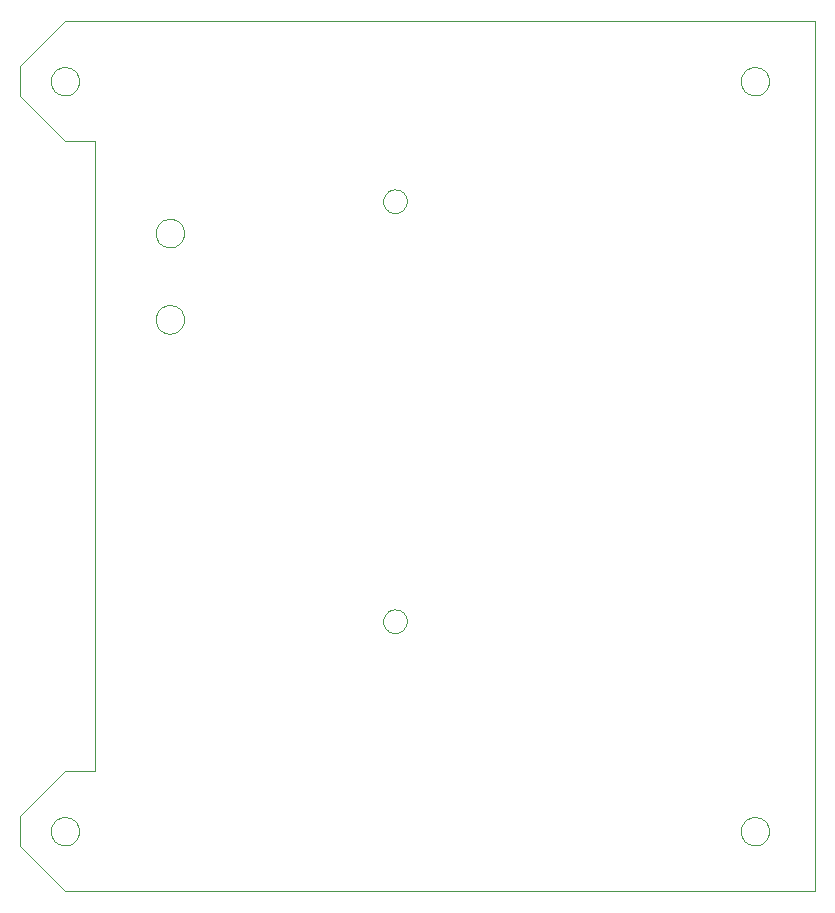
<source format=gko>
G75*
G70*
%OFA0B0*%
%FSLAX24Y24*%
%IPPOS*%
%LPD*%
%AMOC8*
5,1,8,0,0,1.08239X$1,22.5*
%
%ADD10C,0.0000*%
D10*
X003465Y001682D02*
X003465Y002682D01*
X004965Y004182D01*
X005965Y004182D01*
X005965Y025182D01*
X004965Y025182D01*
X003465Y026682D01*
X003465Y027682D01*
X004965Y029182D01*
X029965Y029182D01*
X029965Y000182D01*
X004965Y000182D01*
X003465Y001682D01*
X004493Y002182D02*
X004495Y002225D01*
X004501Y002267D01*
X004511Y002309D01*
X004524Y002350D01*
X004541Y002390D01*
X004562Y002427D01*
X004586Y002463D01*
X004613Y002496D01*
X004643Y002527D01*
X004676Y002555D01*
X004711Y002580D01*
X004748Y002601D01*
X004787Y002619D01*
X004827Y002633D01*
X004869Y002644D01*
X004911Y002651D01*
X004954Y002654D01*
X004997Y002653D01*
X005040Y002648D01*
X005082Y002639D01*
X005123Y002627D01*
X005163Y002611D01*
X005201Y002591D01*
X005237Y002568D01*
X005271Y002541D01*
X005303Y002512D01*
X005331Y002480D01*
X005357Y002445D01*
X005379Y002409D01*
X005398Y002370D01*
X005413Y002330D01*
X005425Y002289D01*
X005433Y002246D01*
X005437Y002203D01*
X005437Y002161D01*
X005433Y002118D01*
X005425Y002075D01*
X005413Y002034D01*
X005398Y001994D01*
X005379Y001955D01*
X005357Y001919D01*
X005331Y001884D01*
X005303Y001852D01*
X005271Y001823D01*
X005237Y001796D01*
X005201Y001773D01*
X005163Y001753D01*
X005123Y001737D01*
X005082Y001725D01*
X005040Y001716D01*
X004997Y001711D01*
X004954Y001710D01*
X004911Y001713D01*
X004869Y001720D01*
X004827Y001731D01*
X004787Y001745D01*
X004748Y001763D01*
X004711Y001784D01*
X004676Y001809D01*
X004643Y001837D01*
X004613Y001868D01*
X004586Y001901D01*
X004562Y001937D01*
X004541Y001974D01*
X004524Y002014D01*
X004511Y002055D01*
X004501Y002097D01*
X004495Y002139D01*
X004493Y002182D01*
X015571Y009182D02*
X015573Y009221D01*
X015579Y009260D01*
X015589Y009298D01*
X015602Y009335D01*
X015619Y009370D01*
X015639Y009404D01*
X015663Y009435D01*
X015690Y009464D01*
X015719Y009490D01*
X015751Y009513D01*
X015785Y009533D01*
X015821Y009549D01*
X015858Y009561D01*
X015897Y009570D01*
X015936Y009575D01*
X015975Y009576D01*
X016014Y009573D01*
X016053Y009566D01*
X016090Y009555D01*
X016127Y009541D01*
X016162Y009523D01*
X016195Y009502D01*
X016226Y009477D01*
X016254Y009450D01*
X016279Y009420D01*
X016301Y009387D01*
X016320Y009353D01*
X016335Y009317D01*
X016347Y009279D01*
X016355Y009241D01*
X016359Y009202D01*
X016359Y009162D01*
X016355Y009123D01*
X016347Y009085D01*
X016335Y009047D01*
X016320Y009011D01*
X016301Y008977D01*
X016279Y008944D01*
X016254Y008914D01*
X016226Y008887D01*
X016195Y008862D01*
X016162Y008841D01*
X016127Y008823D01*
X016090Y008809D01*
X016053Y008798D01*
X016014Y008791D01*
X015975Y008788D01*
X015936Y008789D01*
X015897Y008794D01*
X015858Y008803D01*
X015821Y008815D01*
X015785Y008831D01*
X015751Y008851D01*
X015719Y008874D01*
X015690Y008900D01*
X015663Y008929D01*
X015639Y008960D01*
X015619Y008994D01*
X015602Y009029D01*
X015589Y009066D01*
X015579Y009104D01*
X015573Y009143D01*
X015571Y009182D01*
X007990Y019245D02*
X007992Y019288D01*
X007998Y019331D01*
X008008Y019373D01*
X008021Y019414D01*
X008038Y019454D01*
X008059Y019492D01*
X008083Y019528D01*
X008111Y019561D01*
X008141Y019592D01*
X008174Y019620D01*
X008209Y019645D01*
X008246Y019667D01*
X008286Y019685D01*
X008326Y019699D01*
X008368Y019710D01*
X008411Y019717D01*
X008454Y019720D01*
X008497Y019719D01*
X008540Y019714D01*
X008583Y019705D01*
X008624Y019693D01*
X008664Y019676D01*
X008702Y019656D01*
X008739Y019633D01*
X008773Y019607D01*
X008805Y019577D01*
X008833Y019545D01*
X008859Y019510D01*
X008882Y019473D01*
X008901Y019434D01*
X008916Y019394D01*
X008928Y019352D01*
X008936Y019310D01*
X008940Y019267D01*
X008940Y019223D01*
X008936Y019180D01*
X008928Y019138D01*
X008916Y019096D01*
X008901Y019056D01*
X008882Y019017D01*
X008859Y018980D01*
X008833Y018945D01*
X008805Y018913D01*
X008773Y018883D01*
X008739Y018857D01*
X008703Y018834D01*
X008664Y018814D01*
X008624Y018797D01*
X008583Y018785D01*
X008540Y018776D01*
X008497Y018771D01*
X008454Y018770D01*
X008411Y018773D01*
X008368Y018780D01*
X008326Y018791D01*
X008286Y018805D01*
X008246Y018823D01*
X008209Y018845D01*
X008174Y018870D01*
X008141Y018898D01*
X008111Y018929D01*
X008083Y018962D01*
X008059Y018998D01*
X008038Y019036D01*
X008021Y019076D01*
X008008Y019117D01*
X007998Y019159D01*
X007992Y019202D01*
X007990Y019245D01*
X007990Y022119D02*
X007992Y022162D01*
X007998Y022205D01*
X008008Y022247D01*
X008021Y022288D01*
X008038Y022328D01*
X008059Y022366D01*
X008083Y022402D01*
X008111Y022435D01*
X008141Y022466D01*
X008174Y022494D01*
X008209Y022519D01*
X008246Y022541D01*
X008286Y022559D01*
X008326Y022573D01*
X008368Y022584D01*
X008411Y022591D01*
X008454Y022594D01*
X008497Y022593D01*
X008540Y022588D01*
X008583Y022579D01*
X008624Y022567D01*
X008664Y022550D01*
X008702Y022530D01*
X008739Y022507D01*
X008773Y022481D01*
X008805Y022451D01*
X008833Y022419D01*
X008859Y022384D01*
X008882Y022347D01*
X008901Y022308D01*
X008916Y022268D01*
X008928Y022226D01*
X008936Y022184D01*
X008940Y022141D01*
X008940Y022097D01*
X008936Y022054D01*
X008928Y022012D01*
X008916Y021970D01*
X008901Y021930D01*
X008882Y021891D01*
X008859Y021854D01*
X008833Y021819D01*
X008805Y021787D01*
X008773Y021757D01*
X008739Y021731D01*
X008703Y021708D01*
X008664Y021688D01*
X008624Y021671D01*
X008583Y021659D01*
X008540Y021650D01*
X008497Y021645D01*
X008454Y021644D01*
X008411Y021647D01*
X008368Y021654D01*
X008326Y021665D01*
X008286Y021679D01*
X008246Y021697D01*
X008209Y021719D01*
X008174Y021744D01*
X008141Y021772D01*
X008111Y021803D01*
X008083Y021836D01*
X008059Y021872D01*
X008038Y021910D01*
X008021Y021950D01*
X008008Y021991D01*
X007998Y022033D01*
X007992Y022076D01*
X007990Y022119D01*
X004493Y027182D02*
X004495Y027225D01*
X004501Y027267D01*
X004511Y027309D01*
X004524Y027350D01*
X004541Y027390D01*
X004562Y027427D01*
X004586Y027463D01*
X004613Y027496D01*
X004643Y027527D01*
X004676Y027555D01*
X004711Y027580D01*
X004748Y027601D01*
X004787Y027619D01*
X004827Y027633D01*
X004869Y027644D01*
X004911Y027651D01*
X004954Y027654D01*
X004997Y027653D01*
X005040Y027648D01*
X005082Y027639D01*
X005123Y027627D01*
X005163Y027611D01*
X005201Y027591D01*
X005237Y027568D01*
X005271Y027541D01*
X005303Y027512D01*
X005331Y027480D01*
X005357Y027445D01*
X005379Y027409D01*
X005398Y027370D01*
X005413Y027330D01*
X005425Y027289D01*
X005433Y027246D01*
X005437Y027203D01*
X005437Y027161D01*
X005433Y027118D01*
X005425Y027075D01*
X005413Y027034D01*
X005398Y026994D01*
X005379Y026955D01*
X005357Y026919D01*
X005331Y026884D01*
X005303Y026852D01*
X005271Y026823D01*
X005237Y026796D01*
X005201Y026773D01*
X005163Y026753D01*
X005123Y026737D01*
X005082Y026725D01*
X005040Y026716D01*
X004997Y026711D01*
X004954Y026710D01*
X004911Y026713D01*
X004869Y026720D01*
X004827Y026731D01*
X004787Y026745D01*
X004748Y026763D01*
X004711Y026784D01*
X004676Y026809D01*
X004643Y026837D01*
X004613Y026868D01*
X004586Y026901D01*
X004562Y026937D01*
X004541Y026974D01*
X004524Y027014D01*
X004511Y027055D01*
X004501Y027097D01*
X004495Y027139D01*
X004493Y027182D01*
X015571Y023182D02*
X015573Y023221D01*
X015579Y023260D01*
X015589Y023298D01*
X015602Y023335D01*
X015619Y023370D01*
X015639Y023404D01*
X015663Y023435D01*
X015690Y023464D01*
X015719Y023490D01*
X015751Y023513D01*
X015785Y023533D01*
X015821Y023549D01*
X015858Y023561D01*
X015897Y023570D01*
X015936Y023575D01*
X015975Y023576D01*
X016014Y023573D01*
X016053Y023566D01*
X016090Y023555D01*
X016127Y023541D01*
X016162Y023523D01*
X016195Y023502D01*
X016226Y023477D01*
X016254Y023450D01*
X016279Y023420D01*
X016301Y023387D01*
X016320Y023353D01*
X016335Y023317D01*
X016347Y023279D01*
X016355Y023241D01*
X016359Y023202D01*
X016359Y023162D01*
X016355Y023123D01*
X016347Y023085D01*
X016335Y023047D01*
X016320Y023011D01*
X016301Y022977D01*
X016279Y022944D01*
X016254Y022914D01*
X016226Y022887D01*
X016195Y022862D01*
X016162Y022841D01*
X016127Y022823D01*
X016090Y022809D01*
X016053Y022798D01*
X016014Y022791D01*
X015975Y022788D01*
X015936Y022789D01*
X015897Y022794D01*
X015858Y022803D01*
X015821Y022815D01*
X015785Y022831D01*
X015751Y022851D01*
X015719Y022874D01*
X015690Y022900D01*
X015663Y022929D01*
X015639Y022960D01*
X015619Y022994D01*
X015602Y023029D01*
X015589Y023066D01*
X015579Y023104D01*
X015573Y023143D01*
X015571Y023182D01*
X027493Y027182D02*
X027495Y027225D01*
X027501Y027267D01*
X027511Y027309D01*
X027524Y027350D01*
X027541Y027390D01*
X027562Y027427D01*
X027586Y027463D01*
X027613Y027496D01*
X027643Y027527D01*
X027676Y027555D01*
X027711Y027580D01*
X027748Y027601D01*
X027787Y027619D01*
X027827Y027633D01*
X027869Y027644D01*
X027911Y027651D01*
X027954Y027654D01*
X027997Y027653D01*
X028040Y027648D01*
X028082Y027639D01*
X028123Y027627D01*
X028163Y027611D01*
X028201Y027591D01*
X028237Y027568D01*
X028271Y027541D01*
X028303Y027512D01*
X028331Y027480D01*
X028357Y027445D01*
X028379Y027409D01*
X028398Y027370D01*
X028413Y027330D01*
X028425Y027289D01*
X028433Y027246D01*
X028437Y027203D01*
X028437Y027161D01*
X028433Y027118D01*
X028425Y027075D01*
X028413Y027034D01*
X028398Y026994D01*
X028379Y026955D01*
X028357Y026919D01*
X028331Y026884D01*
X028303Y026852D01*
X028271Y026823D01*
X028237Y026796D01*
X028201Y026773D01*
X028163Y026753D01*
X028123Y026737D01*
X028082Y026725D01*
X028040Y026716D01*
X027997Y026711D01*
X027954Y026710D01*
X027911Y026713D01*
X027869Y026720D01*
X027827Y026731D01*
X027787Y026745D01*
X027748Y026763D01*
X027711Y026784D01*
X027676Y026809D01*
X027643Y026837D01*
X027613Y026868D01*
X027586Y026901D01*
X027562Y026937D01*
X027541Y026974D01*
X027524Y027014D01*
X027511Y027055D01*
X027501Y027097D01*
X027495Y027139D01*
X027493Y027182D01*
X027493Y002182D02*
X027495Y002225D01*
X027501Y002267D01*
X027511Y002309D01*
X027524Y002350D01*
X027541Y002390D01*
X027562Y002427D01*
X027586Y002463D01*
X027613Y002496D01*
X027643Y002527D01*
X027676Y002555D01*
X027711Y002580D01*
X027748Y002601D01*
X027787Y002619D01*
X027827Y002633D01*
X027869Y002644D01*
X027911Y002651D01*
X027954Y002654D01*
X027997Y002653D01*
X028040Y002648D01*
X028082Y002639D01*
X028123Y002627D01*
X028163Y002611D01*
X028201Y002591D01*
X028237Y002568D01*
X028271Y002541D01*
X028303Y002512D01*
X028331Y002480D01*
X028357Y002445D01*
X028379Y002409D01*
X028398Y002370D01*
X028413Y002330D01*
X028425Y002289D01*
X028433Y002246D01*
X028437Y002203D01*
X028437Y002161D01*
X028433Y002118D01*
X028425Y002075D01*
X028413Y002034D01*
X028398Y001994D01*
X028379Y001955D01*
X028357Y001919D01*
X028331Y001884D01*
X028303Y001852D01*
X028271Y001823D01*
X028237Y001796D01*
X028201Y001773D01*
X028163Y001753D01*
X028123Y001737D01*
X028082Y001725D01*
X028040Y001716D01*
X027997Y001711D01*
X027954Y001710D01*
X027911Y001713D01*
X027869Y001720D01*
X027827Y001731D01*
X027787Y001745D01*
X027748Y001763D01*
X027711Y001784D01*
X027676Y001809D01*
X027643Y001837D01*
X027613Y001868D01*
X027586Y001901D01*
X027562Y001937D01*
X027541Y001974D01*
X027524Y002014D01*
X027511Y002055D01*
X027501Y002097D01*
X027495Y002139D01*
X027493Y002182D01*
M02*

</source>
